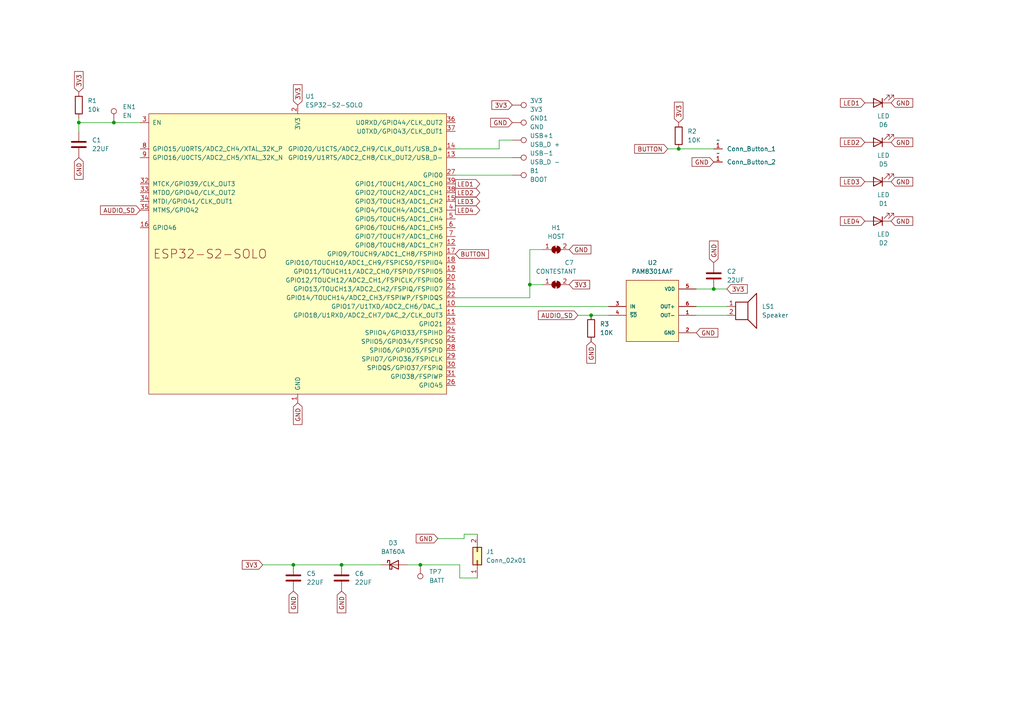
<source format=kicad_sch>
(kicad_sch (version 20230121) (generator eeschema)
  (paper "A4")
  (lib_symbols
    (symbol "Connector:TestPoint" (pin_numbers hide) (pin_names (offset 0.762) hide)
      (property "Reference" "TP" (at 0 6.858 0))
      (property "Value" "TestPoint" (at 0 5.08 0))
      (symbol "TestPoint_0_1"
        (circle (center 0 3.302) (radius 0.762))
      )
      (symbol "TestPoint_1_1"
        (pin passive line (at 0 0 90) (length 2.54) (name "1") (number "1"))
      )
    )
    (symbol "Connector_Generic:Conn_02x01" (pin_names (offset 1.016) hide)
      (property "Reference" "J" (at 1.27 2.54 0))
      (property "Value" "Conn_02x01" (at 1.27 -2.54 0))
      (symbol "Conn_02x01_1_1"
        (rectangle (start -1.27 0.127) (end 0 -0.127) (stroke (width 0.1524)))
        (rectangle (start -1.27 1.27) (end 3.81 -1.27) (stroke (width 0.254)) (fill (type background)))
        (rectangle (start 3.81 0.127) (end 2.54 -0.127) (stroke (width 0.1524)))
        (pin passive line (at -5.08 0 0) (length 3.81) (name "Pin_1") (number "1"))
        (pin passive line (at 7.62 0 180) (length 3.81) (name "Pin_2") (number "2"))
      )
    )
    (symbol "Device:C" (pin_numbers hide) (pin_names (offset 0.254))
      (property "Reference" "C" (at 0.635 2.54 0))
      (property "Value" "C" (at 0.635 -2.54 0))
      (symbol "C_0_1"
        (polyline (pts (xy -2.032 -0.762) (xy 2.032 -0.762)) (stroke (width 0.508)))
        (polyline (pts (xy -2.032 0.762) (xy 2.032 0.762)) (stroke (width 0.508)))
      )
      (symbol "C_1_1"
        (pin passive line (at 0 3.81 270) (length 2.794) (name "~") (number "1"))
        (pin passive line (at 0 -3.81 90) (length 2.794) (name "~") (number "2"))
      )
    )
    (symbol "Device:LED" (pin_numbers hide) (pin_names (offset 1.016) hide)
      (property "Reference" "D" (at 0 2.54 0))
      (property "Value" "LED" (at 0 -2.54 0))
      (symbol "LED_0_1"
        (polyline (pts (xy -1.27 -1.27) (xy -1.27 1.27)) (stroke (width 0.254)))
        (polyline (pts (xy -1.27 0) (xy 1.27 0)))
        (polyline (pts (xy 1.27 -1.27) (xy 1.27 1.27) (xy -1.27 0) (xy 1.27 -1.27)) (stroke (width 0.254)))
        (polyline (pts (xy -3.048 -0.762) (xy -4.572 -2.286) (xy -3.81 -2.286) (xy -4.572 -2.286) (xy -4.572 -1.524)))
        (polyline (pts (xy -1.778 -0.762) (xy -3.302 -2.286) (xy -2.54 -2.286) (xy -3.302 -2.286) (xy -3.302 -1.524)))
      )
      (symbol "LED_1_1"
        (pin passive line (at -3.81 0 0) (length 2.54) (name "K") (number "1"))
        (pin passive line (at 3.81 0 180) (length 2.54) (name "A") (number "2"))
      )
    )
    (symbol "Device:R" (pin_numbers hide) (pin_names (offset 0))
      (property "Reference" "R" (at 2.032 0 90))
      (property "Value" "R" (at 0 0 90))
      (symbol "R_0_1"
        (rectangle (start -1.016 -2.54) (end 1.016 2.54) (stroke (width 0.254)))
      )
      (symbol "R_1_1"
        (pin passive line (at 0 3.81 270) (length 1.27) (name "~") (number "1"))
        (pin passive line (at 0 -3.81 90) (length 1.27) (name "~") (number "2"))
      )
    )
    (symbol "Device:Speaker" (pin_names (offset 0) hide)
      (property "Reference" "LS" (at 1.27 5.715 0))
      (property "Value" "Speaker" (at 1.27 3.81 0))
      (symbol "Speaker_0_0"
        (rectangle (start -2.54 1.27) (end 1.016 -3.81) (stroke (width 0.254)))
        (polyline (pts (xy 1.016 1.27) (xy 3.556 3.81) (xy 3.556 -6.35) (xy 1.016 -3.81)) (stroke (width 0.254)))
      )
      (symbol "Speaker_1_1"
        (pin input line (at -5.08 0 0) (length 2.54) (name "1") (number "1"))
        (pin input line (at -5.08 -2.54 0) (length 2.54) (name "2") (number "2"))
      )
    )
    (symbol "Diode:BAT60A" (pin_numbers hide) (pin_names (offset 1.016) hide)
      (property "Reference" "D" (at 0 2.54 0))
      (property "Value" "BAT60A" (at 0 -2.54 0))
      (symbol "BAT60A_0_1"
        (polyline (pts (xy 1.27 0) (xy -1.27 0)))
        (polyline (pts (xy 1.27 1.27) (xy 1.27 -1.27) (xy -1.27 0) (xy 1.27 1.27)) (stroke (width 0.254)))
        (polyline (pts (xy -1.905 0.635) (xy -1.905 1.27) (xy -1.27 1.27) (xy -1.27 -1.27) (xy -0.635 -1.27) (xy -0.635 -0.635)) (stroke (width 0.254)))
      )
      (symbol "BAT60A_1_1"
        (pin passive line (at -3.81 0 0) (length 2.54) (name "K") (number "1"))
        (pin passive line (at 3.81 0 180) (length 2.54) (name "A") (number "2"))
      )
    )
    (symbol "Jumper:SolderJumper_2_Bridged" (pin_names (offset 0) hide)
      (property "Reference" "JP" (at 0 2.032 0))
      (property "Value" "SolderJumper_2_Bridged" (at 0 -2.54 0))
      (symbol "SolderJumper_2_Bridged_0_1"
        (rectangle (start -0.508 0.508) (end 0.508 -0.508) (fill (type outline)))
        (arc (start -0.254 1.016) (mid -1.2656 0) (end -0.254 -1.016))
        (arc (start -0.254 1.016) (mid -1.2656 0) (end -0.254 -1.016) (fill (type outline)))
        (polyline (pts (xy -0.254 1.016) (xy -0.254 -1.016)))
        (polyline (pts (xy 0.254 1.016) (xy 0.254 -1.016)))
        (arc (start 0.254 -1.016) (mid 1.2656 0) (end 0.254 1.016))
        (arc (start 0.254 -1.016) (mid 1.2656 0) (end 0.254 1.016) (fill (type outline)))
      )
      (symbol "SolderJumper_2_Bridged_1_1"
        (pin passive line (at -3.81 0 0) (length 2.54) (name "A") (number "1"))
        (pin passive line (at 3.81 0 180) (length 2.54) (name "B") (number "2"))
      )
    )
    (symbol "PAM8301AAF:PAM8301AAF" (pin_names (offset 1.016))
      (property "Reference" "U" (at -7.626 10.6763 0))
      (property "Value" "PAM8301AAF" (at -7.6339 -10.1786 0))
      (symbol "PAM8301AAF_0_0"
        (rectangle (start -7.62 -7.62) (end 7.62 10.16) (stroke (width 0.1524)) (fill (type background)))
        (pin output line (at 12.7 0 180) (length 5.08) (name "OUT-") (number "1"))
        (pin power_in line (at 12.7 -5.08 180) (length 5.08) (name "GND") (number "2"))
        (pin input line (at -12.7 2.54 0) (length 5.08) (name "IN") (number "3"))
        (pin bidirectional line (at -12.7 0 0) (length 5.08) (name "~{SD}") (number "4"))
        (pin power_in line (at 12.7 7.62 180) (length 5.08) (name "VDD") (number "5"))
        (pin output line (at 12.7 2.54 180) (length 5.08) (name "OUT+") (number "6"))
      )
    )
    (symbol "PCM_Espressif:ESP32-S2-SOLO" (pin_names (offset 1.016))
      (property "Reference" "U" (at -43.18 45.72 0))
      (property "Value" "ESP32-S2-SOLO" (at -43.18 43.18 0))
      (symbol "ESP32-S2-SOLO_0_1"
        (rectangle (start -43.18 40.64) (end 43.18 -40.64) (fill (type background)))
      )
      (symbol "ESP32-S2-SOLO_1_1"
        (text "ESP32-S2-SOLO" (at -25.4 0 0) (effects (font (size 2.54 2.54))))
        (pin power_in line (at 0 -43.18 90) (length 2.54) (name "GND") (number "1"))
        (pin bidirectional line (at 45.72 -15.24 180) (length 2.54) (name "GPIO17/U1TXD/ADC2_CH6/DAC_1") (number "10"))
        (pin bidirectional line (at 45.72 -17.78 180) (length 2.54) (name "GPIO18/U1RXD/ADC2_CH7/DAC_2/CLK_OUT3") (number "11"))
        (pin bidirectional line (at 45.72 2.54 180) (length 2.54) (name "GPIO8/TOUCH8/ADC1_CH7") (number "12"))
        (pin bidirectional line (at 45.72 27.94 180) (length 2.54) (name "GPIO19/U1RTS/ADC2_CH8/CLK_OUT2/USB_D-") (number "13"))
        (pin bidirectional line (at 45.72 30.48 180) (length 2.54) (name "GPIO20/U1CTS/ADC2_CH9/CLK_OUT1/USB_D+") (number "14"))
        (pin bidirectional line (at 45.72 15.24 180) (length 2.54) (name "GPIO3/TOUCH3/ADC1_CH2") (number "15"))
        (pin input line (at -45.72 7.62 0) (length 2.54) (name "GPIO46") (number "16"))
        (pin bidirectional line (at 45.72 0 180) (length 2.54) (name "GPIO9/TOUCH9/ADC1_CH8/FSPIHD") (number "17"))
        (pin bidirectional line (at 45.72 -2.54 180) (length 2.54) (name "GPIO10/TOUCH10/ADC1_CH9/FSPICS0/FSPIIO4") (number "18"))
        (pin bidirectional line (at 45.72 -5.08 180) (length 2.54) (name "GPIO11/TOUCH11/ADC2_CH0/FSPID/FSPIIO5") (number "19"))
        (pin power_in line (at 0 43.18 270) (length 2.54) (name "3V3") (number "2"))
        (pin bidirectional line (at 45.72 -7.62 180) (length 2.54) (name "GPIO12/TOUCH12/ADC2_CH1/FSPICLK/FSPIIO6") (number "20"))
        (pin bidirectional line (at 45.72 -10.16 180) (length 2.54) (name "GPIO13/TOUCH13/ADC2_CH2/FSPIQ/FSPIIO7") (number "21"))
        (pin bidirectional line (at 45.72 -12.7 180) (length 2.54) (name "GPIO14/TOUCH14/ADC2_CH3/FSPIWP/FSPIDQS") (number "22"))
        (pin bidirectional line (at 45.72 -20.32 180) (length 2.54) (name "GPIO21") (number "23"))
        (pin bidirectional line (at 45.72 -22.86 180) (length 2.54) (name "SPIIO4/GPIO33/FSPIHD") (number "24"))
        (pin bidirectional line (at 45.72 -25.4 180) (length 2.54) (name "SPIIO5/GPIO34/FSPICS0") (number "25"))
        (pin bidirectional line (at 45.72 -38.1 180) (length 2.54) (name "GPIO45") (number "26"))
        (pin bidirectional line (at 45.72 22.86 180) (length 2.54) (name "GPIO0") (number "27"))
        (pin bidirectional line (at 45.72 -27.94 180) (length 2.54) (name "SPIIO6/GPIO35/FSPID") (number "28"))
        (pin bidirectional line (at 45.72 -30.48 180) (length 2.54) (name "SPIIO7/GPIO36/FSPICLK") (number "29"))
        (pin bidirectional line (at -45.72 38.1 0) (length 2.54) (name "EN") (number "3"))
        (pin bidirectional line (at 45.72 -33.02 180) (length 2.54) (name "SPIDQS/GPIO37/FSPIQ") (number "30"))
        (pin bidirectional line (at 45.72 -35.56 180) (length 2.54) (name "GPIO38/FSPIWP") (number "31"))
        (pin bidirectional line (at -45.72 20.32 0) (length 2.54) (name "MTCK/GPIO39/CLK_OUT3") (number "32"))
        (pin bidirectional line (at -45.72 17.78 0) (length 2.54) (name "MTDO/GPIO40/CLK_OUT2") (number "33"))
        (pin bidirectional line (at -45.72 15.24 0) (length 2.54) (name "MTDI/GPIO41/CLK_OUT1") (number "34"))
        (pin bidirectional line (at -45.72 12.7 0) (length 2.54) (name "MTMS/GPIO42") (number "35"))
        (pin bidirectional line (at 45.72 38.1 180) (length 2.54) (name "U0RXD/GPIO44/CLK_OUT2") (number "36"))
        (pin bidirectional line (at 45.72 35.56 180) (length 2.54) (name "U0TXD/GPIO43/CLK_OUT1") (number "37"))
        (pin bidirectional line (at 45.72 17.78 180) (length 2.54) (name "GPIO2/TOUCH2/ADC1_CH1") (number "38"))
        (pin bidirectional line (at 45.72 20.32 180) (length 2.54) (name "GPIO1/TOUCH1/ADC1_CH0") (number "39"))
        (pin bidirectional line (at 45.72 12.7 180) (length 2.54) (name "GPIO4/TOUCH4/ADC1_CH3") (number "4"))
        (pin passive line (at 0 -43.18 90) (length 2.54) hide (name "GND") (number "40"))
        (pin passive line (at 0 -43.18 90) (length 2.54) hide (name "GND") (number "41"))
        (pin bidirectional line (at 45.72 10.16 180) (length 2.54) (name "GPIO5/TOUCH5/ADC1_CH4") (number "5"))
        (pin bidirectional line (at 45.72 7.62 180) (length 2.54) (name "GPIO6/TOUCH6/ADC1_CH5") (number "6"))
        (pin bidirectional line (at 45.72 5.08 180) (length 2.54) (name "GPIO7/TOUCH7/ADC1_CH6") (number "7"))
        (pin bidirectional line (at -45.72 30.48 0) (length 2.54) (name "GPIO15/U0RTS/ADC2_CH4/XTAL_32K_P") (number "8"))
        (pin bidirectional line (at -45.72 27.94 0) (length 2.54) (name "GPIO16/U0CTS/ADC2_CH5/XTAL_32K_N") (number "9"))
      )
    )
    (symbol "Z00C-4G7L1-1100:Spring_Contact"
      (property "Reference" "Conn" (at 0 0 0))
      (symbol "Spring_Contact_1_1"
        (pin input line (at -1.27 -2.54 0) (length 2.54) (name "") (number "1"))
      )
    )
  )
  (junction (at 171.45 91.44))
  (junction (at 99.06 163.83))
  (junction (at 22.86 35.56))
  (junction (at 196.85 43.18))
  (junction (at 121.92 163.83))
  (junction (at 153.67 82.55))
  (junction (at 207.01 83.82))
  (junction (at 85.09 163.83))
  (junction (at 33.02 35.56))
  (wire (pts (xy 132.08 50.8) (xy 148.59 50.8)))
  (wire (pts (xy 132.08 88.9) (xy 176.53 88.9)))
  (wire (pts (xy 196.85 43.18) (xy 207.01 43.18)))
  (wire (pts (xy 127 156.21) (xy 134.62 156.21)))
  (wire (pts (xy 33.02 35.56) (xy 22.86 35.56)))
  (wire (pts (xy 118.11 163.83) (xy 121.92 163.83)))
  (wire (pts (xy 153.67 82.55) (xy 157.48 82.55)))
  (wire (pts (xy 153.67 72.39) (xy 157.48 72.39)))
  (wire (pts (xy 144.78 40.64) (xy 144.78 43.18)))
  (wire (pts (xy 167.64 91.44) (xy 171.45 91.44)))
  (wire (pts (xy 85.09 163.83) (xy 99.06 163.83)))
  (wire (pts (xy 134.62 156.21) (xy 134.62 154.94)))
  (wire (pts (xy 132.08 45.72) (xy 148.59 45.72)))
  (wire (pts (xy 133.35 163.83) (xy 133.35 167.64)))
  (wire (pts (xy 144.78 43.18) (xy 132.08 43.18)))
  (wire (pts (xy 171.45 91.44) (xy 176.53 91.44)))
  (wire (pts (xy 40.64 35.56) (xy 33.02 35.56)))
  (wire (pts (xy 121.92 163.83) (xy 133.35 163.83)))
  (wire (pts (xy 201.93 88.9) (xy 210.82 88.9)))
  (wire (pts (xy 76.2 163.83) (xy 85.09 163.83)))
  (wire (pts (xy 153.67 86.36) (xy 132.08 86.36)))
  (wire (pts (xy 153.67 82.55) (xy 153.67 86.36)))
  (wire (pts (xy 99.06 163.83) (xy 110.49 163.83)))
  (wire (pts (xy 22.86 35.56) (xy 22.86 38.1)))
  (wire (pts (xy 210.82 83.82) (xy 207.01 83.82)))
  (wire (pts (xy 207.01 83.82) (xy 201.93 83.82)))
  (wire (pts (xy 133.35 167.64) (xy 138.43 167.64)))
  (wire (pts (xy 153.67 72.39) (xy 153.67 82.55)))
  (wire (pts (xy 144.78 40.64) (xy 148.59 40.64)))
  (wire (pts (xy 134.62 154.94) (xy 138.43 154.94)))
  (wire (pts (xy 22.86 34.29) (xy 22.86 35.56)))
  (wire (pts (xy 193.675 43.18) (xy 196.85 43.18)))
  (wire (pts (xy 201.93 91.44) (xy 210.82 91.44)))
  (global_label "GND" (shape input) (at 165.1 72.39 0) (property "Intersheetrefs" "${INTERSHEET_REFS}" (effects hide)))
  (global_label "GND" (shape input) (at 258.445 52.705 0) (property "Intersheetrefs" "${INTERSHEET_REFS}" (effects hide)))
  (global_label "AUDIO_SD" (shape input) (at 40.64 60.96 180) (property "Intersheetrefs" "${INTERSHEET_REFS}" (effects hide)))
  (global_label "GND" (shape input) (at 22.86 45.72 270) (property "Intersheetrefs" "${INTERSHEET_REFS}" (effects hide)))
  (global_label "LED2" (shape input) (at 250.825 41.275 180) (property "Intersheetrefs" "${INTERSHEET_REFS}" (effects hide)))
  (global_label "LED4" (shape output) (at 132.08 60.96 0) (property "Intersheetrefs" "${INTERSHEET_REFS}" (effects hide)))
  (global_label "LED1" (shape input) (at 250.825 29.845 180) (property "Intersheetrefs" "${INTERSHEET_REFS}" (effects hide)))
  (global_label "BUTTON" (shape input) (at 193.675 43.18 180) (property "Intersheetrefs" "${INTERSHEET_REFS}" (effects hide)))
  (global_label "GND" (shape input) (at 207.01 46.99 180) (property "Intersheetrefs" "${INTERSHEET_REFS}" (effects hide)))
  (global_label "GND" (shape input) (at 148.59 35.56 180) (property "Intersheetrefs" "${INTERSHEET_REFS}" (effects hide)))
  (global_label "GND" (shape input) (at 85.09 171.45 270) (property "Intersheetrefs" "${INTERSHEET_REFS}" (effects hide)))
  (global_label "LED2" (shape output) (at 132.08 55.88 0) (property "Intersheetrefs" "${INTERSHEET_REFS}" (effects hide)))
  (global_label "GND" (shape input) (at 127 156.21 180) (property "Intersheetrefs" "${INTERSHEET_REFS}" (effects hide)))
  (global_label "GND" (shape input) (at 86.36 116.84 270) (property "Intersheetrefs" "${INTERSHEET_REFS}" (effects hide)))
  (global_label "3V3" (shape input) (at 210.82 83.82 0) (property "Intersheetrefs" "${INTERSHEET_REFS}" (effects hide)))
  (global_label "3V3" (shape input) (at 165.1 82.55 0) (property "Intersheetrefs" "${INTERSHEET_REFS}" (effects hide)))
  (global_label "3V3" (shape input) (at 148.59 30.48 180) (property "Intersheetrefs" "${INTERSHEET_REFS}" (effects hide)))
  (global_label "GND" (shape input) (at 207.01 76.2 90) (property "Intersheetrefs" "${INTERSHEET_REFS}" (effects hide)))
  (global_label "GND" (shape input) (at 258.445 29.845 0) (property "Intersheetrefs" "${INTERSHEET_REFS}" (effects hide)))
  (global_label "BUTTON" (shape input) (at 132.08 73.66 0) (property "Intersheetrefs" "${INTERSHEET_REFS}" (effects hide)))
  (global_label "AUDIO_SD" (shape input) (at 167.64 91.44 180) (property "Intersheetrefs" "${INTERSHEET_REFS}" (effects hide)))
  (global_label "LED4" (shape input) (at 250.825 64.135 180) (property "Intersheetrefs" "${INTERSHEET_REFS}" (effects hide)))
  (global_label "3V3" (shape input) (at 76.2 163.83 180) (property "Intersheetrefs" "${INTERSHEET_REFS}" (effects hide)))
  (global_label "GND" (shape input) (at 258.445 64.135 0) (property "Intersheetrefs" "${INTERSHEET_REFS}" (effects hide)))
  (global_label "3V3" (shape input) (at 196.85 35.56 90) (property "Intersheetrefs" "${INTERSHEET_REFS}" (effects hide)))
  (global_label "LED3" (shape input) (at 250.825 52.705 180) (property "Intersheetrefs" "${INTERSHEET_REFS}" (effects hide)))
  (global_label "LED1" (shape output) (at 132.08 53.34 0) (property "Intersheetrefs" "${INTERSHEET_REFS}" (effects hide)))
  (global_label "3V3" (shape input) (at 86.36 30.48 90) (property "Intersheetrefs" "${INTERSHEET_REFS}" (effects hide)))
  (global_label "3V3" (shape input) (at 22.86 26.67 90) (property "Intersheetrefs" "${INTERSHEET_REFS}" (effects hide)))
  (global_label "GND" (shape input) (at 258.445 41.275 0) (property "Intersheetrefs" "${INTERSHEET_REFS}" (effects hide)))
  (global_label "GND" (shape input) (at 99.06 171.45 270) (property "Intersheetrefs" "${INTERSHEET_REFS}" (effects hide)))
  (global_label "LED3" (shape output) (at 132.08 58.42 0) (property "Intersheetrefs" "${INTERSHEET_REFS}" (effects hide)))
  (global_label "GND" (shape input) (at 171.45 99.06 270) (property "Intersheetrefs" "${INTERSHEET_REFS}" (effects hide)))
  (global_label "GND" (shape input) (at 201.93 96.52 0) (property "Intersheetrefs" "${INTERSHEET_REFS}" (effects hide)))
  (symbol (lib_id "Connector:TestPoint") (at 148.59 30.48 270) (unit 1)
    (property "Reference" "3V3" (at 153.67 29.21 90) (effects (justify left)))
    (property "Value" "3V3" (at 153.67 31.75 90) (effects (justify left)))
    (property "Footprint" "TestPoint:TestPoint_Pad_D1.0mm" (effects hide))
  )
  (symbol (lib_id "Device:Speaker") (at 215.9 88.9 0) (unit 1)
    (property "Reference" "LS1" (at 220.98 88.9 0) (effects (justify left)))
    (property "Value" "Speaker" (at 220.98 91.44 0) (effects (justify left)))
    (property "Footprint" "Connector_Wire:SolderWire-1sqmm_1x02_P7.8mm_D1.4mm_OD3.9mm" (effects hide))
  )
  (symbol (lib_id "Device:C") (at 22.86 41.91 0) (unit 1)
    (property "Reference" "C1" (at 26.67 40.64 0) (effects (justify left)))
    (property "Value" "22UF" (at 26.67 43.18 0) (effects (justify left)))
    (property "Footprint" "Capacitor_SMD:C_1206_3216Metric_Pad1.33x1.80mm_HandSolder" (effects hide))
  )
  (symbol (lib_id "Diode:BAT60A") (at 114.3 163.83 0) (unit 1)
    (property "Reference" "D3" (at 113.9825 157.48 0))
    (property "Value" "BAT60A" (at 113.9825 160.02 0))
    (property "Footprint" "Diode_SMD:D_SOD-323" (effects hide))
    (property "Datasheet" "https://www.infineon.com/dgdl/Infineon-BAT60ASERIES-DS-v01_01-en.pdf?fileId=db3a304313d846880113def70c9304a9" (effects hide))
  )
  (symbol (lib_id "Connector:TestPoint") (at 148.59 45.72 270) (unit 1)
    (property "Reference" "USB-1" (at 153.67 44.45 90) (effects (justify left)))
    (property "Value" "USB_D -" (at 153.67 46.99 90) (effects (justify left)))
    (property "Footprint" "TestPoint:TestPoint_Pad_D1.0mm" (effects hide))
  )
  (symbol (lib_id "Device:R") (at 196.85 39.37 0) (unit 1)
    (property "Reference" "R2" (at 199.39 38.1 0) (effects (justify left)))
    (property "Value" "10K" (at 199.39 40.64 0) (effects (justify left)))
    (property "Footprint" "Resistor_SMD:R_0402_1005Metric_Pad0.72x0.64mm_HandSolder" (effects hide))
  )
  (symbol (lib_id "Z00C-4G7L1-1100:Spring_Contact") (at 208.28 44.45 0) (unit 1)
    (property "Reference" "Conn_Button_2" (at 210.82 46.99 0) (effects (justify left)))
    (property "Value" "~" (at 208.28 44.45 0))
    (property "Footprint" "Library:Z00C-4G7L1-11000" (effects hide))
  )
  (symbol (lib_id "Device:R") (at 22.86 30.48 0) (unit 1)
    (property "Reference" "R1" (at 25.4 29.21 0) (effects (justify left)))
    (property "Value" "10k" (at 25.4 31.75 0) (effects (justify left)))
    (property "Footprint" "Resistor_SMD:R_0402_1005Metric_Pad0.72x0.64mm_HandSolder" (effects hide))
  )
  (symbol (lib_id "Device:LED") (at 254.635 41.275 180) (unit 1)
    (property "Reference" "D5" (at 256.2225 47.625 0))
    (property "Value" "LED" (at 256.2225 45.085 0))
    (property "Footprint" "LED_THT:LED_D5.0mm_Clear" (effects hide))
  )
  (symbol (lib_id "Connector_Generic:Conn_02x01") (at 138.43 162.56 90) (unit 1)
    (property "Reference" "J1" (at 140.97 160.02 90) (effects (justify right)))
    (property "Value" "Conn_02x01" (at 140.97 162.56 90) (effects (justify right)))
    (property "Footprint" "Jmazur:JM BATT 14500" (effects hide))
  )
  (symbol (lib_id "Connector:TestPoint") (at 148.59 35.56 270) (unit 1)
    (property "Reference" "GND1" (at 153.67 34.29 90) (effects (justify left)))
    (property "Value" "GND" (at 153.67 36.83 90) (effects (justify left)))
    (property "Footprint" "TestPoint:TestPoint_Pad_D1.0mm" (effects hide))
  )
  (symbol (lib_id "Device:C") (at 85.09 167.64 0) (unit 1)
    (property "Reference" "C5" (at 88.9 166.37 0) (effects (justify left)))
    (property "Value" "22UF" (at 88.9 168.91 0) (effects (justify left)))
    (property "Footprint" "Capacitor_SMD:C_1206_3216Metric_Pad1.33x1.80mm_HandSolder" (effects hide))
  )
  (symbol (lib_id "Connector:TestPoint") (at 33.02 35.56 0) (unit 1)
    (property "Reference" "EN1" (at 35.56 30.988 0) (effects (justify left)))
    (property "Value" "EN" (at 35.56 33.528 0) (effects (justify left)))
    (property "Footprint" "TestPoint:TestPoint_Pad_D1.0mm" (effects hide))
  )
  (symbol (lib_id "Connector:TestPoint") (at 148.59 50.8 270) (unit 1)
    (property "Reference" "B1" (at 153.67 49.53 90) (effects (justify left)))
    (property "Value" "BOOT" (at 153.67 52.07 90) (effects (justify left)))
    (property "Footprint" "TestPoint:TestPoint_Pad_D1.0mm" (effects hide))
  )
  (symbol (lib_id "PCM_Espressif:ESP32-S2-SOLO") (at 86.36 73.66 0) (unit 1)
    (property "Reference" "U1" (at 88.5541 27.94 0) (effects (justify left)))
    (property "Value" "ESP32-S2-SOLO" (at 88.5541 30.48 0) (effects (justify left)))
    (property "Footprint" "PCM_Espressif:ESP32-S2-SOLO" (effects hide))
    (property "Datasheet" "https://www.espressif.com/sites/default/files/documentation/esp32-s2-solo_esp32-s2-solo-u_datasheet_en.pdf" (effects hide))
  )
  (symbol (lib_id "Z00C-4G7L1-1100:Spring_Contact") (at 208.28 40.64 0) (unit 1)
    (property "Reference" "Conn_Button_1" (at 210.82 43.18 0) (effects (justify left)))
    (property "Value" "~" (at 208.28 40.64 0))
    (property "Footprint" "Library:Z00C-4G7L1-11000" (effects hide))
  )
  (symbol (lib_id "Device:LED") (at 254.635 52.705 180) (unit 1)
    (property "Reference" "D1" (at 256.2225 59.055 0))
    (property "Value" "LED" (at 256.2225 56.515 0))
    (property "Footprint" "LED_THT:LED_D5.0mm_Clear" (effects hide))
  )
  (symbol (lib_id "Connector:TestPoint") (at 121.92 163.83 180) (unit 1)
    (property "Reference" "TP7" (at 124.46 165.862 0) (effects (justify right)))
    (property "Value" "BATT" (at 124.46 168.402 0) (effects (justify right)))
    (property "Footprint" "TestPoint:TestPoint_Pad_D1.0mm" (effects hide))
  )
  (symbol (lib_id "Device:C") (at 207.01 80.01 180) (unit 1)
    (property "Reference" "C2" (at 210.82 78.74 0) (effects (justify right)))
    (property "Value" "22UF" (at 210.82 81.28 0) (effects (justify right)))
    (property "Footprint" "Capacitor_SMD:C_1206_3216Metric_Pad1.33x1.80mm_HandSolder" (effects hide))
  )
  (symbol (lib_id "Device:R") (at 171.45 95.25 0) (unit 1)
    (property "Reference" "R3" (at 173.99 93.98 0) (effects (justify left)))
    (property "Value" "10K" (at 173.99 96.52 0) (effects (justify left)))
    (property "Footprint" "Resistor_SMD:R_0402_1005Metric_Pad0.72x0.64mm_HandSolder" (effects hide))
  )
  (symbol (lib_id "Device:C") (at 99.06 167.64 180) (unit 1)
    (property "Reference" "C6" (at 102.87 166.37 0) (effects (justify right)))
    (property "Value" "22UF" (at 102.87 168.91 0) (effects (justify right)))
    (property "Footprint" "Capacitor_SMD:C_1206_3216Metric_Pad1.33x1.80mm_HandSolder" (effects hide))
  )
  (symbol (lib_id "Jumper:SolderJumper_2_Bridged") (at 161.29 72.39 0) (unit 1)
    (property "Reference" "H1" (at 161.29 66.04 0))
    (property "Value" "HOST" (at 161.29 68.58 0))
    (property "Footprint" "Jumper:SolderJumper-2_P1.3mm_Open_TrianglePad1.0x1.5mm" (effects hide))
  )
  (symbol (lib_id "Device:LED") (at 254.635 64.135 180) (unit 1)
    (property "Reference" "D2" (at 256.2225 70.485 0))
    (property "Value" "LED" (at 256.2225 67.945 0))
    (property "Footprint" "LED_THT:LED_D5.0mm_Clear" (effects hide))
  )
  (symbol (lib_id "Jumper:SolderJumper_2_Bridged") (at 161.29 82.55 0) (unit 1)
    (property "Reference" "C7" (at 165.1 76.2 0))
    (property "Value" "CONTESTANT" (at 161.29 78.74 0))
    (property "Footprint" "Jumper:SolderJumper-2_P1.3mm_Open_TrianglePad1.0x1.5mm" (effects hide))
  )
  (symbol (lib_id "Device:LED") (at 254.635 29.845 180) (unit 1)
    (property "Reference" "D6" (at 256.2225 36.195 0))
    (property "Value" "LED" (at 256.2225 33.655 0))
    (property "Footprint" "LED_THT:LED_D5.0mm_Clear" (effects hide))
  )
  (symbol (lib_id "Connector:TestPoint") (at 148.59 40.64 270) (unit 1)
    (property "Reference" "USB+1" (at 153.67 39.37 90) (effects (justify left)))
    (property "Value" "USB_D +" (at 153.67 41.91 90) (effects (justify left)))
    (property "Footprint" "TestPoint:TestPoint_Pad_D1.0mm" (effects hide))
  )
  (symbol (lib_id "PAM8301AAF:PAM8301AAF") (at 189.23 91.44 0) (unit 1)
    (property "Reference" "U2" (at 189.23 76.2 0))
    (property "Value" "PAM8301AAF" (at 189.23 78.74 0))
    (property "Footprint" "resources:SOT95P280X145-6N" (effects hide))
    (property "PARTREV" "1-3" (effects hide))
    (property "STANDARD" "IPC-7351B" (effects hide))
    (property "MANUFACTURER" "Diodes Inc." (effects hide))
  )
)
</source>
